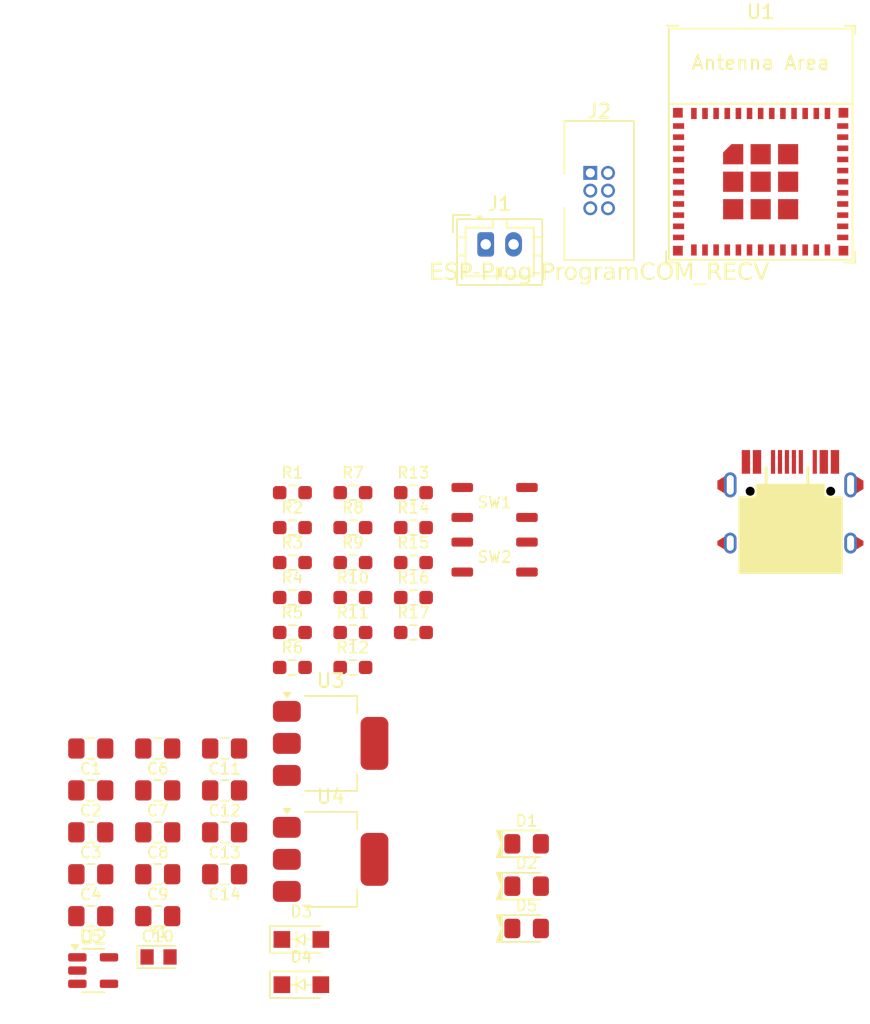
<source format=kicad_pcb>
(kicad_pcb (version 20240108) (generator "pcbnew") (generator_version "8.0")
  (layers (0 "F.Cu" signal) (31 "B.Cu" signal) (34 "B.Paste" user) (35 "F.Paste" user) (36 "B.SilkS" user "B.Silkscreen") (37 "F.SilkS" user "F.Silkscreen") (38 "B.Mask" user) (39 "F.Mask" user) (44 "Edge.Cuts" user))
  (net 0 "")
  (net 1 "+3V3")
  (net 2 "GND")
  (net 3 "VUSB")
  (net 4 "/GPIO2")
  (net 5 "Net-(D3-K)")
  (net 6 "+BATT")
  (net 8 "/GPIO13-XTAL")
  (net 9 "/GPIO14-XTAL")
  (net 10 "/EN")
  (net 11 "Net-(D4-K)")
  (net 12 "VBAT")
  (net 13 "Net-(D1-A)")
  (net 14 "Net-(D1-K)")
  (net 15 "Net-(D2-A)")
  (net 16 "VCC")
  (net 17 "Net-(D5-A)")
  (net 18 "/GPIO24")
  (net 19 "+5V")
  (net 20 "/GPIO9")
  (net 21 "/GPIO23")
  (net 22 "/USB_DP")
  (net 23 "/USB_DM")
  (net 24 "Net-(J3-CC1)")
  (net 25 "Net-(J3-CC2)")
  (net 26 "Net-(U2-PROG)")
  (net 27 "/GPIO25")
  (net 28 "/GPIO14")
  (net 29 "/GPIO13")
  (net 30 "Net-(U1-GPIO27{slash}FSPICS5{slash}USB_D+)")
  (net 31 "Net-(U1-GPIO26{slash}FSPICS4{slash}USB_D-)")
  (net 32 "/GPIO8")
  (net 34 "/GPIO1")
  (net 36 "/GPIO5")
  (net 37 "/GPIO4")
  (net 38 "/GPIO11")
  (net 39 "/GPIO12")
  (net 41 "/GPIO0")
  (net 46 "/GPIO22")
  (net 47 "/GPIO3")
  (net 50 "/GPIO10")
  (footprint "PCM_Espressif:ESP32-H2-MINI-1" (layer "F.Cu") (at 121.92 24.6536)
    (property "Reference" "U1" (at 0 -9.5 0) (layer "F.SilkS"))
    (property "Value" "ESP32-H2-MINI-1")
    (fp_line (start -6.8 7.7) (end -6.8 8.5) (stroke (width 0.12)) (layer "F.SilkS"))
    (fp_line (start -6.8 8.5) (end -6 8.5) (stroke (width 0.12)) (layer "F.SilkS"))
    (fp_line (start -6.6 -8.3) (end 6.6 -8.3) (stroke (width 0.12)) (layer "F.SilkS"))
    (fp_line (start -6.6 -2.9) (end 6.6 -2.9) (stroke (width 0.12)) (layer "F.SilkS"))
    (fp_line (start -6.6 8.3) (end -6.6 -8.3) (stroke (width 0.12)) (layer "F.SilkS"))
    (fp_line (start -5.925 -8.5) (end -6.775 -8.5) (stroke (width 0.12)) (layer "F.SilkS"))
    (fp_line (start 6.05 -8.5) (end 6.8 -8.5) (stroke (width 0.12)) (layer "F.SilkS"))
    (fp_line (start 6.6 -8.3) (end 6.6 8.3) (stroke (width 0.12)) (layer "F.SilkS"))
    (fp_line (start 6.6 8.3) (end -6.6 8.3) (stroke (width 0.12)) (layer "F.SilkS"))
    (fp_line (start 6.8 -8.5) (end 6.8 -7.9) (stroke (width 0.12)) (layer "F.SilkS"))
    (fp_line (start 6.8 7.7) (end 6.8 8.5) (stroke (width 0.12)) (layer "F.SilkS"))
    (fp_line (start 6.8 8.5) (end 6 8.5) (stroke (width 0.12)) (layer "F.SilkS"))
    (fp_text user "Antenna Area" (at 0 -5.85 0) (layer "F.SilkS"))
    (pad "1" smd rect (at -5.9 -1.3 90) (size 0.4 0.8) (layers "F.Cu" "F.Paste" "F.Mask") (net 2 "GND"))
    (pad "2" smd rect (at -5.9 -0.5 90) (size 0.4 0.8) (layers "F.Cu" "F.Paste" "F.Mask") (net 2 "GND"))
    (pad "3" smd rect (at -5.9 0.3 90) (size 0.4 0.8) (layers "F.Cu" "F.Paste" "F.Mask") (net 1 "+3V3"))
    (pad "4" smd rect (at -5.9 1.1 90) (size 0.4 0.8) (layers "F.Cu" "F.Paste" "F.Mask"))
    (pad "5" smd rect (at -5.9 1.9 90) (size 0.4 0.8) (layers "F.Cu" "F.Paste" "F.Mask") (net 4 "/GPIO2"))
    (pad "6" smd rect (at -5.9 2.7 90) (size 0.4 0.8) (layers "F.Cu" "F.Paste" "F.Mask") (net 47 "/GPIO3"))
    (pad "7" smd rect (at -5.9 3.5 90) (size 0.4 0.8) (layers "F.Cu" "F.Paste" "F.Mask"))
    (pad "8" smd rect (at -5.9 4.3 90) (size 0.4 0.8) (layers "F.Cu" "F.Paste" "F.Mask") (net 10 "/EN"))
    (pad "9" smd rect (at -5.9 5.1 90) (size 0.4 0.8) (layers "F.Cu" "F.Paste" "F.Mask") (net 41 "/GPIO0"))
    (pad "10" smd rect (at -5.9 5.9 90) (size 0.4 0.8) (layers "F.Cu" "F.Paste" "F.Mask") (net 34 "/GPIO1"))
    (pad "11" smd rect (at -5.9 6.7 90) (size 0.4 0.8) (layers "F.Cu" "F.Paste" "F.Mask") (net 2 "GND"))
    (pad "12" smd rect (at -4.8 7.6) (size 0.4 0.8) (layers "F.Cu" "F.Paste" "F.Mask") (net 8 "/GPIO13-XTAL"))
    (pad "13" smd rect (at -4 7.6) (size 0.4 0.8) (layers "F.Cu" "F.Paste" "F.Mask") (net 9 "/GPIO14-XTAL"))
    (pad "14" smd rect (at -3.2 7.6) (size 0.4 0.8) (layers "F.Cu" "F.Paste" "F.Mask") (net 2 "GND"))
    (pad "15" smd rect (at -2.4 7.6) (size 0.4 0.8) (layers "F.Cu" "F.Paste" "F.Mask") (net 12 "VBAT"))
    (pad "16" smd rect (at -1.6 7.6) (size 0.4 0.8) (layers "F.Cu" "F.Paste" "F.Mask") (net 39 "/GPIO12"))
    (pad "17" smd rect (at -0.8 7.6) (size 0.4 0.8) (layers "F.Cu" "F.Paste" "F.Mask"))
    (pad "18" smd rect (at 0 7.6) (size 0.4 0.8) (layers "F.Cu" "F.Paste" "F.Mask") (net 37 "/GPIO4"))
    (pad "19" smd rect (at 0.8 7.6) (size 0.4 0.8) (layers "F.Cu" "F.Paste" "F.Mask") (net 36 "/GPIO5"))
    (pad "20" smd rect (at 1.6 7.6) (size 0.4 0.8) (layers "F.Cu" "F.Paste" "F.Mask") (net 50 "/GPIO10"))
    (pad "21" smd rect (at 2.4 7.6) (size 0.4 0.8) (layers "F.Cu" "F.Paste" "F.Mask") (net 38 "/GPIO11"))
    (pad "22" smd rect (at 3.2 7.6) (size 0.4 0.8) (layers "F.Cu" "F.Paste" "F.Mask") (net 32 "/GPIO8"))
    (pad "23" smd rect (at 4 7.6) (size 0.4 0.8) (layers "F.Cu" "F.Paste" "F.Mask") (net 20 "/GPIO9"))
    (pad "24" smd rect (at 4.8 7.6) (size 0.4 0.8) (layers "F.Cu" "F.Paste" "F.Mask") (net 46 "/GPIO22"))
    (pad "25" smd rect (at 5.9 6.7 90) (size 0.4 0.8) (layers "F.Cu" "F.Paste" "F.Mask") (net 27 "/GPIO25"))
    (pad "26" smd rect (at 5.9 5.9 90) (size 0.4 0.8) (layers "F.Cu" "F.Paste" "F.Mask") (net 31 "Net-(U1-GPIO26{slash}FSPICS4{slash}USB_D-)"))
    (pad "27" smd rect (at 5.9 5.1 90) (size 0.4 0.8) (layers "F.Cu" "F.Paste" "F.Mask") (net 30 "Net-(U1-GPIO27{slash}FSPICS5{slash}USB_D+)"))
    (pad "28" smd rect (at 5.9 4.3 90) (size 0.4 0.8) (layers "F.Cu" "F.Paste" "F.Mask"))
    (pad "29" smd rect (at 5.9 3.5 90) (size 0.4 0.8) (layers "F.Cu" "F.Paste" "F.Mask"))
    (pad "30" smd rect (at 5.9 2.7 90) (size 0.4 0.8) (layers "F.Cu" "F.Paste" "F.Mask") (net 21 "/GPIO23"))
    (pad "31" smd rect (at 5.9 1.9 90) (size 0.4 0.8) (layers "F.Cu" "F.Paste" "F.Mask") (net 18 "/GPIO24"))
    (pad "32" smd rect (at 5.9 1.1 90) (size 0.4 0.8) (layers "F.Cu" "F.Paste" "F.Mask"))
    (pad "33" smd rect (at 5.9 0.3 90) (size 0.4 0.8) (layers "F.Cu" "F.Paste" "F.Mask"))
    (pad "34" smd rect (at 5.9 -0.5 90) (size 0.4 0.8) (layers "F.Cu" "F.Paste" "F.Mask"))
    (pad "35" smd rect (at 5.9 -1.3 90) (size 0.4 0.8) (layers "F.Cu" "F.Paste" "F.Mask"))
    (pad "36" smd rect (at 4.8 -2.2) (size 0.4 0.8) (layers "F.Cu" "F.Paste" "F.Mask") (net 2 "GND"))
    (pad "37" smd rect (at 4 -2.2) (size 0.4 0.8) (layers "F.Cu" "F.Paste" "F.Mask") (net 2 "GND"))
    (pad "38" smd rect (at 3.2 -2.2) (size 0.4 0.8) (layers "F.Cu" "F.Paste" "F.Mask") (net 2 "GND"))
    (pad "39" smd rect (at 2.4 -2.2) (size 0.4 0.8) (layers "F.Cu" "F.Paste" "F.Mask") (net 2 "GND"))
    (pad "40" smd rect (at 1.6 -2.2) (size 0.4 0.8) (layers "F.Cu" "F.Paste" "F.Mask") (net 2 "GND"))
    (pad "41" smd rect (at 0.8 -2.2) (size 0.4 0.8) (layers "F.Cu" "F.Paste" "F.Mask") (net 2 "GND"))
    (pad "42" smd rect (at 0 -2.2) (size 0.4 0.8) (layers "F.Cu" "F.Paste" "F.Mask") (net 2 "GND"))
    (pad "43" smd rect (at -0.8 -2.2) (size 0.4 0.8) (layers "F.Cu" "F.Paste" "F.Mask") (net 2 "GND"))
    (pad "44" smd rect (at -1.6 -2.2) (size 0.4 0.8) (layers "F.Cu" "F.Paste" "F.Mask") (net 2 "GND"))
    (pad "45" smd rect (at -2.4 -2.2) (size 0.4 0.8) (layers "F.Cu" "F.Paste" "F.Mask") (net 2 "GND"))
    (pad "46" smd rect (at -3.2 -2.2) (size 0.4 0.8) (layers "F.Cu" "F.Paste" "F.Mask") (net 2 "GND"))
    (pad "47" smd rect (at -4 -2.2) (size 0.4 0.8) (layers "F.Cu" "F.Paste" "F.Mask") (net 2 "GND"))
    (pad "48" smd rect (at -4.8 -2.2) (size 0.4 0.8) (layers "F.Cu" "F.Paste" "F.Mask") (net 2 "GND"))
    (pad "49" smd custom (at -1.975 0.725) (size 0.8 0.8) (layers "F.Cu" "F.Paste" "F.Mask") (net 2 "GND") (options (clearance outline) (anchor rect)) (primitives (gr_poly (pts (xy 0.725 0.725) (xy -0.725 0.725) (xy -0.725 -0.125) (xy -0.125 -0.725) (xy 0.725 -0.725)) (width 0) (fill yes))))
    (pad "49" smd rect (at -1.975 2.7 90) (size 1.45 1.45) (layers "F.Cu" "F.Paste" "F.Mask") (net 2 "GND"))
    (pad "49" smd rect (at -1.975 4.675 90) (size 1.45 1.45) (layers "F.Cu" "F.Paste" "F.Mask") (net 2 "GND"))
    (pad "49" smd rect (at 0 0.725 90) (size 1.45 1.45) (layers "F.Cu" "F.Paste" "F.Mask") (net 2 "GND"))
    (pad "49" smd rect (at 0 2.7 90) (size 1.45 1.45) (layers "F.Cu" "F.Paste" "F.Mask") (net 2 "GND"))
    (pad "49" smd rect (at 0 4.675 90) (size 1.45 1.45) (layers "F.Cu" "F.Paste" "F.Mask") (net 2 "GND"))
    (pad "49" smd rect (at 1.975 0.725 90) (size 1.45 1.45) (layers "F.Cu" "F.Paste" "F.Mask") (net 2 "GND"))
    (pad "49" smd rect (at 1.975 2.7 90) (size 1.45 1.45) (layers "F.Cu" "F.Paste" "F.Mask") (net 2 "GND"))
    (pad "49" smd rect (at 1.975 4.675 90) (size 1.45 1.45) (layers "F.Cu" "F.Paste" "F.Mask") (net 2 "GND"))
    (pad "50" smd rect (at 5.95 -2.25 90) (size 0.7 0.7) (layers "F.Cu" "F.Paste" "F.Mask") (net 2 "GND"))
    (pad "51" smd rect (at 5.95 7.65 90) (size 0.7 0.7) (layers "F.Cu" "F.Paste" "F.Mask") (net 2 "GND"))
    (pad "52" smd rect (at -5.95 7.65 90) (size 0.7 0.7) (layers "F.Cu" "F.Paste" "F.Mask") (net 2 "GND"))
    (pad "53" smd rect (at -5.95 -2.25 90) (size 0.7 0.7) (layers "F.Cu" "F.Paste" "F.Mask") (net 2 "GND"))
  )
  (footprint "74th:Switch_SKRPABE010" (layer "F.Cu") (at 102.7962 50.3852)
    (property "Reference" "SW1" (at 0 0 0) (layer "F.SilkS") (effects (font (size 0.8 0.8) (thickness 0.12))))
    (property "Value" "SW_Push" (hide yes))
    (pad "1" smd roundrect (at -2.325 -1.075) (size 1.55 0.65) (layers "F.Cu" "F.Paste" "F.Mask") (net 20 "/GPIO9"))
    (pad "1" smd roundrect (at 2.325 -1.075) (size 1.55 0.65) (layers "F.Cu" "F.Paste" "F.Mask") (net 20 "/GPIO9"))
    (pad "2" smd roundrect (at -2.325 1.075) (size 1.55 0.65) (layers "F.Cu" "F.Paste" "F.Mask") (net 2 "GND"))
    (pad "2" smd roundrect (at 2.325 1.075) (size 1.55 0.65) (layers "F.Cu" "F.Paste" "F.Mask") (net 2 "GND"))
  )
  (footprint "74th:LED_0805_2012" (layer "F.Cu") (at 105.0962 77.9352)
    (property "Reference" "D2" (at 0 -1.65 0) (layer "F.SilkS") (effects (font (size 0.8 0.8) (thickness 0.12))))
    (property "Value" "Blue" (hide yes))
    (fp_line (start -1.78 -0.96) (end -1.78 0.96) (stroke (width 0.12)) (layer "F.SilkS"))
    (fp_line (start -1.78 0.96) (end 1 0.96) (stroke (width 0.12)) (layer "F.SilkS"))
    (fp_line (start 1 -0.96) (end -1.78 -0.96) (stroke (width 0.12)) (layer "F.SilkS"))
    (fp_poly (pts (xy -1.78 -0.96) (xy -2.15 -0.96) (xy -1.78 0)) (stroke (width 0.12)) (fill solid) (layer "F.SilkS"))
    (fp_poly (pts (xy -1.78 0.96) (xy -2.15 0.96) (xy -1.78 0)) (stroke (width 0.12)) (fill solid) (layer "F.SilkS"))
    (pad "1" smd roundrect (at -1.025 0) (size 1.15 1.4) (layers "F.Cu" "F.Paste" "F.Mask") (roundrect_rratio 0.217391) (net 2 "GND"))
    (pad "2" smd roundrect (at 1.025 0) (size 1.15 1.4) (layers "F.Cu" "F.Paste" "F.Mask") (roundrect_rratio 0.217391) (net 15 "Net-(D2-A)"))
  )
  (footprint "74th:Register_0603_1608" (layer "F.Cu") (at 92.6112 52.1902)
    (property "Reference" "R8" (at 0 -1.43 0) (layer "F.SilkS") (effects (font (size 0.8 0.8) (thickness 0.12))))
    (property "Value" "0(NC)" (hide yes))
    (fp_line (start -0.254724 -0.5225) (end 0.254724 -0.5225) (stroke (width 0.12)) (layer "F.SilkS"))
    (fp_line (start -0.254724 0.5225) (end 0.254724 0.5225) (stroke (width 0.12)) (layer "F.SilkS"))
    (pad "1" smd roundrect (at -0.9125 0) (size 0.975 0.95) (layers "F.Cu" "F.Paste" "F.Mask") (net 28 "/GPIO14"))
    (pad "2" smd roundrect (at 0.9125 0) (size 0.975 0.95) (layers "F.Cu" "F.Paste" "F.Mask") (net 9 "/GPIO14-XTAL"))
  )
  (footprint "74th:Register_0603_1608" (layer "F.Cu") (at 88.2612 54.7002)
    (property "Reference" "R3" (at 0 -1.43 0) (layer "F.SilkS") (effects (font (size 0.8 0.8) (thickness 0.12))))
    (property "Value" "1M" (hide yes))
    (fp_line (start -0.254724 -0.5225) (end 0.254724 -0.5225) (stroke (width 0.12)) (layer "F.SilkS"))
    (fp_line (start -0.254724 0.5225) (end 0.254724 0.5225) (stroke (width 0.12)) (layer "F.SilkS"))
    (pad "1" smd roundrect (at -0.9125 0) (size 0.975 0.95) (layers "F.Cu" "F.Paste" "F.Mask") (net 4 "/GPIO2"))
    (pad "2" smd roundrect (at 0.9125 0) (size 0.975 0.95) (layers "F.Cu" "F.Paste" "F.Mask") (net 2 "GND"))
  )
  (footprint "74th:Capacitor_0805_2012" (layer "F.Cu") (at 73.7712 71.0602)
    (property "Reference" "C2" (at 0 1.45 180) (layer "F.SilkS") (effects (font (size 0.8 0.8) (thickness 0.12))))
    (property "Value" "10u" (hide yes))
    (fp_line (start -0.261252 -0.735) (end 0.261252 -0.735) (stroke (width 0.12)) (layer "F.SilkS"))
    (fp_line (start -0.261252 0.735) (end 0.261252 0.735) (stroke (width 0.12)) (layer "F.SilkS"))
    (pad "1" smd roundrect (at -1.0375 0) (size 1.175 1.45) (layers "F.Cu" "F.Paste" "F.Mask") (roundrect_rratio 0.212766) (net 3 "VUSB"))
    (pad "2" smd roundrect (at 1.0375 0) (size 1.175 1.45) (layers "F.Cu" "F.Paste" "F.Mask") (roundrect_rratio 0.212766) (net 2 "GND"))
  )
  (footprint "74th:Register_0603_1608" (layer "F.Cu") (at 92.6112 57.2102)
    (property "Reference" "R10" (at 0 -1.43 0) (layer "F.SilkS") (effects (font (size 0.8 0.8) (thickness 0.12))))
    (property "Value" "27" (hide yes))
    (fp_line (start -0.254724 -0.5225) (end 0.254724 -0.5225) (stroke (width 0.12)) (layer "F.SilkS"))
    (fp_line (start -0.254724 0.5225) (end 0.254724 0.5225) (stroke (width 0.12)) (layer "F.SilkS"))
    (pad "1" smd roundrect (at -0.9125 0) (size 0.975 0.95) (layers "F.Cu" "F.Paste" "F.Mask") (net 30 "Net-(U1-GPIO27{slash}FSPICS5{slash}USB_D+)"))
    (pad "2" smd roundrect (at 0.9125 0) (size 0.975 0.95) (layers "F.Cu" "F.Paste" "F.Mask") (net 22 "/USB_DP"))
  )
  (footprint "74th:Connector_USB-C-Receptacle_SMT_12-Pin_Simple" (layer "F.Cu") (at 124.0592 53.2008)
    (property "Reference" "J3" (hide yes))
    (property "Value" "USB2.0-C_SMT")
    (fp_line (start -1.75 -4.23) (end -1.75 -5.33) (stroke (width 0.2)) (layer "F.SilkS"))
    (fp_line (start 1.25 -4.23) (end 1.25 -5.33) (stroke (width 0.2)) (layer "F.SilkS"))
    (fp_rect (start -3.67 -3.2) (end 3.7 2.25) (stroke (width 0.12)) (fill solid) (layer "F.SilkS"))
    (fp_rect (start -2.45 -4.1) (end 2.45 -2.85) (stroke (width 0.12)) (fill solid) (layer "F.SilkS"))
    (pad "" np_thru_hole circle (at -2.89 -3.62 180) (size 0.65 0.65) (drill 0.65) (layers "*.Mask"))
    (pad "" np_thru_hole circle (at 2.89 -3.62 180) (size 0.65 0.65) (drill 0.65) (layers "*.Mask"))
    (pad "1" smd rect (at -2.4 -5.73 180) (size 0.6 1.7) (layers "F.Cu" "F.Paste" "F.Mask") (net 3 "VUSB"))
    (pad "1" smd rect (at 2.4 -5.73 180) (size 0.6 1.7) (layers "F.Cu" "F.Paste" "F.Mask") (net 3 "VUSB"))
    (pad "2" smd rect (at -0.75 -5.73 180) (size 0.3 1.7) (layers "F.Cu" "F.Paste" "F.Mask") (net 23 "/USB_DM"))
    (pad "2" smd rect (at 0.25 -5.73 180) (size 0.3 1.7) (layers "F.Cu" "F.Paste" "F.Mask") (net 23 "/USB_DM"))
    (pad "3" smd rect (at -0.25 -5.73 180) (size 0.3 1.7) (layers "F.Cu" "F.Paste" "F.Mask") (net 22 "/USB_DP"))
    (pad "3" smd rect (at 0.75 -5.73 180) (size 0.3 1.7) (layers "F.Cu" "F.Paste" "F.Mask") (net 22 "/USB_DP"))
    (pad "4" smd rect (at -3.2 -5.73 180) (size 0.6 1.7) (layers "F.Cu" "F.Paste" "F.Mask") (net 2 "GND"))
    (pad "4" smd rect (at 3.2 -5.73 180) (size 0.6 1.7) (layers "F.Cu" "F.Paste" "F.Mask") (net 2 "GND"))
    (pad "5" smd rect (at -1.25 -5.73 180) (size 0.3 1.7) (layers "F.Cu" "F.Paste" "F.Mask") (net 24 "Net-(J3-CC1)"))
    (pad "6" smd rect (at 1.75 -5.73 180) (size 0.3 1.7) (layers "F.Cu" "F.Paste" "F.Mask") (net 25 "Net-(J3-CC2)"))
    (pad "7" smd trapezoid (at -5 -4.08 90) (size 0.9 0.5) (rect_delta 0 0.3) (layers "F.Cu" "F.Paste" "F.Mask"))
    (pad "7" smd trapezoid (at -5 0.1 90) (size 0.6 0.5) (rect_delta 0 0.3) (layers "F.Cu" "F.Paste" "F.Mask"))
    (pad "7" thru_hole oval (at -4.325 -4.08 180) (size 0.9 1.8) (drill oval 0.5 1.4) (layers "*.Cu" "*.Mask"))
    (pad "7" thru_hole oval (at -4.325 0.1 180) (size 0.9 1.5) (drill oval 0.5 1.1) (layers "*.Cu" "*.Mask"))
    (pad "7" thru_hole oval (at 4.325 -4.08 180) (size 0.9 1.8) (drill oval 0.5 1.4) (layers "*.Cu" "*.Mask"))
    (pad "7" thru_hole oval (at 4.325 0.1 180) (size 0.9 1.5) (drill oval 0.5 1.1) (layers "*.Cu" "*.Mask"))
    (pad "7" smd trapezoid (at 5 -4.08 270) (size 0.9 0.5) (rect_delta 0 0.3) (layers "F.Cu" "F.Paste" "F.Mask"))
    (pad "7" smd trapezoid (at 5 0.1 270) (size 0.6 0.5) (rect_delta 0 0.3) (layers "F.Cu" "F.Paste" "F.Mask"))
  )
  (footprint "Package_TO_SOT_SMD:SOT-223-3_TabPin2" (layer "F.Cu") (at 91.0112 67.6852)
    (property "Reference" "U3" (at 0 -4.5 0) (layer "F.SilkS"))
    (property "Value" "AMS1117")
    (fp_line (start -1.85 -3.41) (end 1.91 -3.41) (stroke (width 0.12)) (layer "F.SilkS"))
    (fp_line (start -1.85 3.41) (end 1.91 3.41) (stroke (width 0.12)) (layer "F.SilkS"))
    (fp_line (start 1.91 -3.41) (end 1.91 -2.15) (stroke (width 0.12)) (layer "F.SilkS"))
    (fp_line (start 1.91 3.41) (end 1.91 2.15) (stroke (width 0.12)) (layer "F.SilkS"))
    (fp_poly (pts (xy -3.13 -3.31) (xy -3.37 -3.64) (xy -2.89 -3.64) (xy -3.13 -3.31)) (stroke (width 0.12)) (fill solid) (layer "F.SilkS"))
    (pad "1" smd roundrect (at -3.15 -2.3) (size 2 1.5) (layers "F.Cu" "F.Paste" "F.Mask") (net 2 "GND"))
    (pad "2" smd roundrect (at -3.15 0) (size 2 1.5) (layers "F.Cu" "F.Paste" "F.Mask") (net 1 "+3V3"))
    (pad "2" smd roundrect (at 3.15 0) (size 2 3.8) (layers "F.Cu" "F.Paste" "F.Mask") (net 1 "+3V3"))
    (pad "3" smd roundrect (at -3.15 2.3) (size 2 1.5) (layers "F.Cu" "F.Paste" "F.Mask") (net 5 "Net-(D3-K)"))
  )
  (footprint "74th:Register_0603_1608" (layer "F.Cu") (at 96.9612 49.6802)
    (property "Reference" "R13" (at 0 -1.43 0) (layer "F.SilkS") (effects (font (size 0.8 0.8) (thickness 0.12))))
    (property "Value" "10k" (hide yes))
    (fp_line (start -0.254724 -0.5225) (end 0.254724 -0.5225) (stroke (width 0.12)) (layer "F.SilkS"))
    (fp_line (start -0.254724 0.5225) (end 0.254724 0.5225) (stroke (width 0.12)) (layer "F.SilkS"))
    (pad "1" smd roundrect (at -0.9125 0) (size 0.975 0.95) (layers "F.Cu" "F.Paste" "F.Mask") (net 6 "+BATT"))
    (pad "2" smd roundrect (at 0.9125 0) (size 0.975 0.95) (layers "F.Cu" "F.Paste" "F.Mask") (net 10 "/EN"))
  )
  (footprint "74th:Capacitor_0805_2012" (layer "F.Cu") (at 78.5812 68.0502)
    (property "Reference" "C6" (at 0 1.45 180) (layer "F.SilkS") (effects (font (size 0.8 0.8) (thickness 0.12))))
    (property "Value" "10u" (hide yes))
    (fp_line (start -0.261252 -0.735) (end 0.261252 -0.735) (stroke (width 0.12)) (layer "F.SilkS"))
    (fp_line (start -0.261252 0.735) (end 0.261252 0.735) (stroke (width 0.12)) (layer "F.SilkS"))
    (pad "1" smd roundrect (at -1.0375 0) (size 1.175 1.45) (layers "F.Cu" "F.Paste" "F.Mask") (roundrect_rratio 0.212766) (net 6 "+BATT"))
    (pad "2" smd roundrect (at 1.0375 0) (size 1.175 1.45) (layers "F.Cu" "F.Paste" "F.Mask") (roundrect_rratio 0.212766))
  )
  (footprint "74th:Capacitor_0805_2012" (layer "F.Cu") (at 83.3912 74.0702)
    (property "Reference" "C13" (at 0 1.45 180) (layer "F.SilkS") (effects (font (size 0.8 0.8) (thickness 0.12))))
    (property "Value" "10u" (hide yes))
    (fp_line (start -0.261252 -0.735) (end 0.261252 -0.735) (stroke (width 0.12)) (layer "F.SilkS"))
    (fp_line (start -0.261252 0.735) (end 0.261252 0.735) (stroke (width 0.12)) (layer "F.SilkS"))
    (pad "1" smd roundrect (at -1.0375 0) (size 1.175 1.45) (layers "F.Cu" "F.Paste" "F.Mask") (roundrect_rratio 0.212766) (net 12 "VBAT"))
    (pad "2" smd roundrect (at 1.0375 0) (size 1.175 1.45) (layers "F.Cu" "F.Paste" "F.Mask") (roundrect_rratio 0.212766) (net 2 "GND"))
  )
  (footprint "74th:Capacitor_0805_2012" (layer "F.Cu") (at 73.7712 77.0802)
    (property "Reference" "C4" (at 0 1.45 180) (layer "F.SilkS") (effects (font (size 0.8 0.8) (thickness 0.12))))
    (property "Value" "10u" (hide yes))
    (fp_line (start -0.261252 -0.735) (end 0.261252 -0.735) (stroke (width 0.12)) (layer "F.SilkS"))
    (fp_line (start -0.261252 0.735) (end 0.261252 0.735) (stroke (width 0.12)) (layer "F.SilkS"))
    (pad "1" smd roundrect (at -1.0375 0) (size 1.175 1.45) (layers "F.Cu" "F.Paste" "F.Mask") (roundrect_rratio 0.212766) (net 5 "Net-(D3-K)"))
    (pad "2" smd roundrect (at 1.0375 0) (size 1.175 1.45) (layers "F.Cu" "F.Paste" "F.Mask") (roundrect_rratio 0.212766) (net 2 "GND"))
  )
  (footprint "74th:Register_0603_1608" (layer "F.Cu") (at 88.2612 52.1902)
    (property "Reference" "R2" (at 0 -1.43 0) (layer "F.SilkS") (effects (font (size 0.8 0.8) (thickness 0.12))))
    (property "Value" "2k" (hide yes))
    (fp_line (start -0.254724 -0.5225) (end 0.254724 -0.5225) (stroke (width 0.12)) (layer "F.SilkS"))
    (fp_line (start -0.254724 0.5225) (end 0.254724 0.5225) (stroke (width 0.12)) (layer "F.SilkS"))
    (pad "1" smd roundrect (at -0.9125 0) (size 0.975 0.95) (layers "F.Cu" "F.Paste" "F.Mask") (net 26 "Net-(U2-PROG)"))
    (pad "2" smd roundrect (at 0.9125 0) (size 0.975 0.95) (layers "F.Cu" "F.Paste" "F.Mask") (net 2 "GND"))
  )
  (footprint "Package_TO_SOT_SMD:SOT-23-5" (layer "F.Cu") (at 73.9412 83.9952)
    (property "Reference" "U2" (at 0 -2.4 0) (layer "F.SilkS"))
    (property "Value" "MCP73831-2-OT")
    (fp_line (start 0 -1.56) (end -0.8 -1.56) (stroke (width 0.12)) (layer "F.SilkS"))
    (fp_line (start 0 -1.56) (end 0.8 -1.56) (stroke (width 0.12)) (layer "F.SilkS"))
    (fp_line (start 0 1.56) (end -0.8 1.56) (stroke (width 0.12)) (layer "F.SilkS"))
    (fp_line (start 0 1.56) (end 0.8 1.56) (stroke (width 0.12)) (layer "F.SilkS"))
    (fp_poly (pts (xy -1.3 -1.51) (xy -1.54 -1.84) (xy -1.06 -1.84) (xy -1.3 -1.51)) (stroke (width 0.12)) (fill solid) (layer "F.SilkS"))
    (pad "1" smd roundrect (at -1.1375 -0.95) (size 1.325 0.6) (layers "F.Cu" "F.Paste" "F.Mask") (net 14 "Net-(D1-K)"))
    (pad "2" smd roundrect (at -1.1375 0) (size 1.325 0.6) (layers "F.Cu" "F.Paste" "F.Mask") (net 2 "GND"))
    (pad "3" smd roundrect (at -1.1375 0.95) (size 1.325 0.6) (layers "F.Cu" "F.Paste" "F.Mask") (net 6 "+BATT"))
    (pad "4" smd roundrect (at 1.1375 0.95) (size 1.325 0.6) (layers "F.Cu" "F.Paste" "F.Mask") (net 3 "VUSB"))
    (pad "5" smd roundrect (at 1.1375 -0.95) (size 1.325 0.6) (layers "F.Cu" "F.Paste" "F.Mask") (net 26 "Net-(U2-PROG)"))
  )
  (footprint "74th:Capacitor_0805_2012" (layer "F.Cu") (at 73.7712 74.0702)
    (property "Reference" "C3" (at 0 1.45 180) (layer "F.SilkS") (effects (font (size 0.8 0.8) (thickness 0.12))))
    (property "Value" "100n" (hide yes))
    (fp_line (start -0.261252 -0.735) (end 0.261252 -0.735) (stroke (width 0.12)) (layer "F.SilkS"))
    (fp_line (start -0.261252 0.735) (end 0.261252 0.735) (stroke (width 0.12)) (layer "F.SilkS"))
    (pad "1" smd roundrect (at -1.0375 0) (size 1.175 1.45) (layers "F.Cu" "F.Paste" "F.Mask") (roundrect_rratio 0.212766) (net 4 "/GPIO2"))
    (pad "2" smd roundrect (at 1.0375 0) (size 1.175 1.45) (layers "F.Cu" "F.Paste" "F.Mask") (roundrect_rratio 0.212766) (net 2 "GND"))
  )
  (footprint "74th:Register_0603_1608" (layer "F.Cu") (at 92.6112 49.6802)
    (property "Reference" "R7" (at 0 -1.43 0) (layer "F.SilkS") (effects (font (size 0.8 0.8) (thickness 0.12))))
    (property "Value" "10k" (hide yes))
    (fp_line (start -0.254724 -0.5225) (end 0.254724 -0.5225) (stroke (width 0.12)) (layer "F.SilkS"))
    (fp_line (start -0.254724 0.5225) (end 0.254724 0.5225) (stroke (width 0.12)) (layer "F.SilkS"))
    (pad "1" smd roundrect (at -0.9125 0) (size 0.975 0.95) (layers "F.Cu" "F.Paste" "F.Mask") (net 1 "+3V3"))
    (pad "2" smd roundrect (at 0.9125 0) (size 0.975 0.95) (layers "F.Cu" "F.Paste" "F.Mask") (net 15 "Net-(D2-A)"))
  )
  (footprint "74th:Crystal_SMD_2012-2Pin_2.0x1.2mm_HandSoldering" (layer "F.Cu") (at 78.6412 83.0202)
    (property "Reference" "Y1" (at 0 -1.8 0) (layer "F.SilkS") (effects (font (size 0.8 0.8) (thickness 0.12))))
    (property "Value" "32k")
    (fp_line (start -1.524 -0.8) (end -1.524 0.8) (stroke (width 0.12)) (layer "F.SilkS"))
    (fp_line (start -1.524 0.8) (end 1.2 0.8) (stroke (width 0.12)) (layer "F.SilkS"))
    (fp_line (start 1.2 -0.8) (end -1.524 -0.8) (stroke (width 0.12)) (layer "F.SilkS"))
    (pad "1" smd rect (at -0.825 0) (size 0.95 1.1) (layers "F.Cu" "F.Paste" "F.Mask") (net 9 "/GPIO14-XTAL"))
    (pad "2" smd rect (at 0.825 0) (size 0.95 1.1) (layers "F.Cu" "F.Paste" "F.Mask") (net 8 "/GPIO13-XTAL"))
  )
  (footprint "74th:Register_0603_1608" (layer "F.Cu") (at 88.2612 49.6802)
    (property "Reference" "R1" (at 0 -1.43 0) (layer "F.SilkS") (effects (font (size 0.8 0.8) (thickness 0.12))))
    (property "Value" "5.1k" (hide yes))
    (fp_line (start -0.254724 -0.5225) (end 0.254724 -0.5225) (stroke (width 0.12)) (layer "F.SilkS"))
    (fp_line (start -0.254724 0.5225) (end 0.254724 0.5225) (stroke (width 0.12)) (layer "F.SilkS"))
    (pad "1" smd roundrect (at -0.9125 0) (size 0.975 0.95) (layers "F.Cu" "F.Paste" "F.Mask") (net 16 "VCC"))
    (pad "2" smd roundrect (at 0.9125 0) (size 0.975 0.95) (layers "F.Cu" "F.Paste" "F.Mask") (net 13 "Net-(D1-A)"))
  )
  (footprint "74th:Register_0603_1608" (layer "F.Cu") (at 92.6112 54.7002)
    (property "Reference" "R9" (at 0 -1.43 0) (layer "F.SilkS") (effects (font (size 0.8 0.8) (thickness 0.12))))
    (property "Value" "0(NC)" (hide yes))
    (fp_line (start -0.254724 -0.5225) (end 0.254724 -0.5225) (stroke (width 0.12)) (layer "F.SilkS"))
    (fp_line (start -0.254724 0.5225) (end 0.254724 0.5225) (stroke (width 0.12)) (layer "F.SilkS"))
    (pad "1" smd roundrect (at -0.9125 0) (size 0.975 0.95) (layers "F.Cu" "F.Paste" "F.Mask") (net 29 "/GPIO13"))
    (pad "2" smd roundrect (at 0.9125 0) (size 0.975 0.95) (layers "F.Cu" "F.Paste" "F.Mask") (net 8 "/GPIO13-XTAL"))
  )
  (footprint "74th:Register_0603_1608" (layer "F.Cu") (at 96.9612 57.2102)
    (property "Reference" "R16" (at 0 -1.43 0) (layer "F.SilkS") (effects (font (size 0.8 0.8) (thickness 0.12))))
    (property "Value" "5.1k" (hide yes))
    (fp_line (start -0.254724 -0.5225) (end 0.254724 -0.5225) (stroke (width 0.12)) (layer "F.SilkS"))
    (fp_line (start -0.254724 0.5225) (end 0.254724 0.5225) (stroke (width 0.12)) (layer "F.SilkS"))
    (pad "1" smd roundrect (at -0.9125 0) (size 0.975 0.95) (layers "F.Cu" "F.Paste" "F.Mask") (net 25 "Net-(J3-CC2)"))
    (pad "2" smd roundrect (at 0.9125 0) (size 0.975 0.95) (layers "F.Cu" "F.Paste" "F.Mask") (net 2 "GND"))
  )
  (footprint "74th:Register_0603_1608" (layer "F.Cu") (at 92.6112 59.7202)
    (property "Reference" "R11" (at 0 -1.43 0) (layer "F.SilkS") (effects (font (size 0.8 0.8) (thickness 0.12))))
    (property "Value" "27" (hide yes))
    (fp_line (start -0.254724 -0.5225) (end 0.254724 -0.5225) (stroke (width 0.12)) (layer "F.SilkS"))
    (fp_line (start -0.254724 0.5225) (end 0.254724 0.5225) (stroke (width 0.12)) (layer "F.SilkS"))
    (pad "1" smd roundrect (at -0.9125 0) (size 0.975 0.95) (layers "F.Cu" "F.Paste" "F.Mask") (net 31 "Net-(U1-GPIO26{slash}FSPICS4{slash}USB_D-)"))
    (pad "2" smd roundrect (at 0.9125 0) (size 0.975 0.95) (layers "F.Cu" "F.Paste" "F.Mask") (net 23 "/USB_DM"))
  )
  (footprint "74th:Capacitor_0805_2012" (layer "F.Cu") (at 83.3912 68.0502)
    (property "Reference" "C11" (at 0 1.45 180) (layer "F.SilkS") (effects (font (size 0.8 0.8) (thickness 0.12))))
    (property "Value" "10u" (hide yes))
    (fp_line (start -0.261252 -0.735) (end 0.261252 -0.735) (stroke (width 0.12)) (layer "F.SilkS"))
    (fp_line (start -0.261252 0.735) (end 0.261252 0.735) (stroke (width 0.12)) (layer "F.SilkS"))
    (pad "1" smd roundrect (at -1.0375 0) (size 1.175 1.45) (layers "F.Cu" "F.Paste" "F.Mask") (roundrect_rratio 0.212766) (net 12 "VBAT"))
    (pad "2" smd roundrect (at 1.0375 0) (size 1.175 1.45) (layers "F.Cu" "F.Paste" "F.Mask") (roundrect_rratio 0.212766) (net 2 "GND"))
  )
  (footprint "74th:Register_0603_1608" (layer "F.Cu") (at 88.2612 57.2102)
    (property "Reference" "R4" (at 0 -1.43 0) (layer "F.SilkS") (effects (font (size 0.8 0.8) (thickness 0.12))))
    (property "Value" "4.7M" (hide yes))
    (fp_line (start -0.254724 -0.5225) (end 0.254724 -0.5225) (stroke (width 0.12)) (layer "F.SilkS"))
    (fp_line (start -0.254724 0.5225) (end 0.254724 0.5225) (stroke (width 0.12)) (layer "F.SilkS"))
    (pad "1" smd roundrect (at -0.9125 0) (size 0.975 0.95) (layers "F.Cu" "F.Paste" "F.Mask") (net 6 "+BATT"))
    (pad "2" smd roundrect (at 0.9125 0) (size 0.975 0.95) (layers "F.Cu" "F.Paste" "F.Mask") (net 4 "/GPIO2"))
  )
  (footprint "74th:Capacitor_0805_2012" (layer "F.Cu") (at 83.3912 71.0602)
    (property "Reference" "C12" (at 0 1.45 180) (layer "F.SilkS") (effects (font (size 0.8 0.8) (thickness 0.12))))
    (property "Value" "1u" (hide yes))
    (fp_line (start -0.261252 -0.735) (end 0.261252 -0.735) (stroke (width 0.12)) (layer "F.SilkS"))
    (fp_line (start -0.261252 0.735) (end 0.261252 0.735) (stroke (width 0.12)) (layer "F.SilkS"))
    (pad "1" smd roundrect (at -1.0375 0) (size 1.175 1.45) (layers "F.Cu" "F.Paste" "F.Mask") (roundrect_rratio 0.212766) (net 1 "+3V3"))
    (pad "2" smd roundrect (at 1.0375 0) (size 1.175 1.45) (layers "F.Cu" "F.Paste" "F.Mask") (roundrect_rratio 0.212766) (net 2 "GND"))
  )
  (footprint "74th:Register_0603_1608" (layer "F.Cu") (at 96.9612 59.7202)
    (property "Reference" "R17" (at 0 -1.43 0) (layer "F.SilkS") (effects (font (size 0.8 0.8) (thickness 0.12))))
    (property "Value" "1k" (hide yes))
    (fp_line (start -0.254724 -0.5225) (end 0.254724 -0.5225) (stroke (width 0.12)) (layer "F.SilkS"))
    (fp_line (start -0.254724 0.5225) (end 0.254724 0.5225) (stroke (width 0.12)) (layer "F.SilkS"))
    (pad "1" smd roundrect (at -0.9125 0) (size 0.975 0.95) (layers "F.Cu" "F.Paste" "F.Mask") (net 12 "VBAT"))
    (pad "2" smd roundrect (at 0.9125 0) (size 0.975 0.95) (layers "F.Cu" "F.Paste" "F.Mask") (net 17 "Net-(D5-A)"))
  )
  (footprint "74th:Switch_SKRPABE010" (layer "F.Cu") (at 102.7962 54.3052)
    (property "Reference" "SW2" (at 0 0 0) (layer "F.SilkS") (effects (font (size 0.8 0.8) (thickness 0.12))))
    (property "Value" "SW_Push" (hide yes))
    (pad "1" smd roundrect (at -2.325 -1.075) (size 1.55 0.65) (layers "F.Cu" "F.Paste" "F.Mask") (net 10 "/EN"))
    (pad "1" smd roundrect (at 2.325 -1.075) (size 1.55 0.65) (layers "F.Cu" "F.Paste" "F.Mask") (net 10 "/EN"))
    (pad "2" smd roundrect (at -2.325 1.075) (size 1.55 0.65) (layers "F.Cu" "F.Paste" "F.Mask") (net 2 "GND"))
    (pad "2" smd roundrect (at 2.325 1.075) (size 1.55 0.65) (layers "F.Cu" "F.Paste" "F.Mask") (net 2 "GND"))
  )
  (footprint "Connector_JST:JST_PH_B2B-PH-K_1x02_P2.00mm_Vertical" (layer "F.Cu") (at 102.1588 31.8516)
    (property "Reference" "J1" (at 1 -2.9 0) (layer "F.SilkS"))
    (property "Value" "~")
    (fp_line (start -2.36 -2.11) (end -2.36 -0.86) (stroke (width 0.12)) (layer "F.SilkS"))
    (fp_line (start -2.06 -1.81) (end -2.06 2.91) (stroke (width 0.12)) (layer "F.SilkS"))
    (fp_line (start -2.06 -0.5) (end -1.45 -0.5) (stroke (width 0.12)) (layer "F.SilkS"))
    (fp_line (start -2.06 0.8) (end -1.45 0.8) (stroke (width 0.12)) (layer "F.SilkS"))
    (fp_line (start -2.06 2.91) (end 4.06 2.91) (stroke (width 0.12)) (layer "F.SilkS"))
    (fp_line (start -1.45 -1.2) (end -1.45 2.3) (stroke (width 0.12)) (layer "F.SilkS"))
    (fp_line (start -1.45 2.3) (end 3.45 2.3) (stroke (width 0.12)) (layer "F.SilkS"))
    (fp_line (start -1.11 -2.11) (end -2.36 -2.11) (stroke (width 0.12)) (layer "F.SilkS"))
    (fp_line (start -0.6 -2.01) (end -0.6 -1.81) (stroke (width 0.12)) (layer "F.SilkS"))
    (fp_line (start -0.3 -2.01) (end -0.6 -2.01) (stroke (width 0.12)) (layer "F.SilkS"))
    (fp_line (start -0.3 -1.91) (end -0.6 -1.91) (stroke (width 0.12)) (layer "F.SilkS"))
    (fp_line (start -0.3 -1.81) (end -0.3 -2.01) (stroke (width 0.12)) (layer "F.SilkS"))
    (fp_line (start 0.5 -1.81) (end 0.5 -1.2) (stroke (width 0.12)) (layer "F.SilkS"))
    (fp_line (start 0.5 -1.2) (end -1.45 -1.2) (stroke (width 0.12)) (layer "F.SilkS"))
    (fp_line (start 0.9 1.8) (end 1.1 1.8) (stroke (width 0.12)) (layer "F.SilkS"))
    (fp_line (start 0.9 2.3) (end 0.9 1.8) (stroke (width 0.12)) (layer "F.SilkS"))
    (fp_line (start 1 2.3) (end 1 1.8) (stroke (width 0.12)) (layer "F.SilkS"))
    (fp_line (start 1.1 1.8) (end 1.1 2.3) (stroke (width 0.12)) (layer "F.SilkS"))
    (fp_line (start 1.5 -1.2) (end 1.5 -1.81) (stroke (width 0.12)) (layer "F.SilkS"))
    (fp_line (start 3.45 -1.2) (end 1.5 -1.2) (stroke (width 0.12)) (layer "F.SilkS"))
    (fp_line (start 3.45 2.3) (end 3.45 -1.2) (stroke (width 0.12)) (layer "F.SilkS"))
    (fp_line (start 4.06 -1.81) (end -2.06 -1.81) (stroke (width 0.12)) (layer "F.SilkS"))
    (fp_line (start 4.06 -0.5) (end 3.45 -0.5) (stroke (width 0.12)) (layer "F.SilkS"))
    (fp_line (start 4.06 0.8) (end 3.45 0.8) (stroke (width 0.12)) (layer "F.SilkS"))
    (fp_line (start 4.06 2.91) (end 4.06 -1.81) (stroke (width 0.12)) (layer "F.SilkS"))
    (pad "1" thru_hole roundrect (at 0 0) (size 1.2 1.75) (drill 0.75) (layers "*.Cu" "*.Mask") (roundrect_rratio 0.208333) (net 6 "+BATT"))
    (pad "2" thru_hole oval (at 2 0) (size 1.2 1.75) (drill 0.75) (layers "*.Cu" "*.Mask") (net 2 "GND"))
  )
  (footprint "74th:Package_SOD123W" (layer "F.Cu") (at 88.9062 85.0102)
    (property "Reference" "D4" (at 0 -2 0) (layer "F.SilkS") (effects (font (size 0.8 0.8) (thickness 0.12))))
    (property "Value" "PMEG2010ER,115")
    (fp_line (start -2.26 -0.95) (end -2.26 0.95) (stroke (width 0.12)) (layer "F.SilkS"))
    (fp_line (start -2.26 -0.95) (end 1.4 -0.95) (stroke (width 0.12)) (layer "F.SilkS"))
    (fp_line (start -2.26 0.95) (end 1.4 0.95) (stroke (width 0.12)) (layer "F.SilkS"))
    (fp_line (start -0.75 0) (end -0.35 0) (stroke (width 0.12)) (layer "F.SilkS"))
    (fp_line (start -0.35 -0.55) (end -0.35 0.55) (stroke (width 0.12)) (layer "F.SilkS"))
    (fp_line (start -0.35 0) (end 0.25 -0.4) (stroke (width 0.12)) (layer "F.SilkS"))
    (fp_line (start -0.35 0) (end 0.25 0.4) (stroke (width 0.12)) (layer "F.SilkS"))
    (fp_line (start 0.25 -0.4) (end 0.25 0.4) (stroke (width 0.12)) (layer "F.SilkS"))
    (fp_line (start 0.75 0) (end 0.25 0) (stroke (width 0.12)) (layer "F.SilkS"))
    (pad "1" smd rect (at -1.4 0) (size 1.2 1.2) (layers "F.Cu" "F.Paste" "F.Mask") (net 11 "Net-(D4-K)"))
    (pad "2" smd rect (at 1.4 0) (size 1.2 1.2) (layers "F.Cu" "F.Paste" "F.Mask") (net 3 "VUSB"))
  )
  (footprint "74th:Register_0603_1608" (layer "F.Cu") (at 92.6112 62.2302)
    (property "Reference" "R12" (at 0 -1.43 0) (layer "F.SilkS") (effects (font (size 0.8 0.8) (thickness 0.12))))
    (property "Value" "10k" (hide yes))
    (fp_line (start -0.254724 -0.5225) (end 0.254724 -0.5225) (stroke (width 0.12)) (layer "F.SilkS"))
    (fp_line (start -0.254724 0.5225) (end 0.254724 0.5225) (stroke (width 0.12)) (layer "F.SilkS"))
    (pad "1" smd roundrect (at -0.9125 0) (size 0.975 0.95) (layers "F.Cu" "F.Paste" "F.Mask") (net 6 "+BATT"))
    (pad "2" smd roundrect (at 0.9125 0) (size 0.975 0.95) (layers "F.Cu" "F.Paste" "F.Mask") (net 20 "/GPIO9"))
  )
  (footprint "74th:Register_0603_1608" (layer "F.Cu") (at 88.2612 59.7202)
    (property "Reference" "R5" (at 0 -1.43 0) (layer "F.SilkS") (effects (font (size 0.8 0.8) (thickness 0.12))))
    (property "Value" "10k" (hide yes))
    (fp_line (start -0.254724 -0.5225) (end 0.254724 -0.5225) (stroke (width 0.12)) (layer "F.SilkS"))
    (fp_line (start -0.254724 0.5225) (end 0.254724 0.5225) (stroke (width 0.12)) (layer "F.SilkS"))
    (pad "1" smd roundrect (at -0.9125 0) (size 0.975 0.95) (layers "F.Cu" "F.Paste" "F.Mask") (net 27 "/GPIO25"))
    (pad "2" smd roundrect (at 0.9125 0) (size 0.975 0.95) (layers "F.Cu" "F.Paste" "F.Mask") (net 2 "GND"))
  )
  (footprint "74th:Register_0603_1608" (layer "F.Cu") (at 96.9612 54.7002)
    (property "Reference" "R15" (at 0 -1.43 0) (layer "F.SilkS") (effects (font (size 0.8 0.8) (thickness 0.12))))
    (property "Value" "5.1k" (hide yes))
    (fp_line (start -0.254724 -0.5225) (end 0.254724 -0.5225) (stroke (width 0.12)) (layer "F.SilkS"))
    (fp_line (start -0.254724 0.5225) (end 0.254724 0.5225) (stroke (width 0.12)) (layer "F.SilkS"))
    (pad "1" smd roundrect (at -0.9125 0) (size 0.975 0.95) (layers "F.Cu" "F.Paste" "F.Mask") (net 24 "Net-(J3-CC1)"))
    (pad "2" smd roundrect (at 0.9125 0) (size 0.975 0.95) (layers "F.Cu" "F.Paste" "F.Mask") (net 2 "GND"))
  )
  (footprint "74th:Capacitor_0805_2012" (layer "F.Cu") (at 78.5812 80.0902)
    (property "Reference" "C10" (at 0 1.45 180) (layer "F.SilkS") (effects (font (size 0.8 0.8) (thickness 0.12))))
    (property "Value" "10u" (hide yes))
    (fp_line (start -0.261252 -0.735) (end 0.261252 -0.735) (stroke (width 0.12)) (layer "F.SilkS"))
    (fp_line (start -0.261252 0.735) (end 0.261252 0.735) (stroke (width 0.12)) (layer "F.SilkS"))
    (pad "1" smd roundrect (at -1.0375 0) (size 1.175 1.45) (layers "F.Cu" "F.Paste" "F.Mask") (roundrect_rratio 0.212766) (net 11 "Net-(D4-K)"))
    (pad "2" smd roundrect (at 1.0375 0) (size 1.175 1.45) (layers "F.Cu" "F.Paste" "F.Mask") (roundrect_rratio 0.212766) (net 2 "GND"))
  )
  (footprint "74th:Register_0603_1608" (layer "F.Cu") (at 96.9612 52.1902)
    (property "Reference" "R14" (at 0 -1.43 0) (layer "F.SilkS") (effects (font (size 0.8 0.8) (thickness 0.12))))
    (property "Value" "10k" (hide yes))
    (fp_line (start -0.254724 -0.5225) (end 0.254724 -0.5225) (stroke (width 0.12)) (layer "F.SilkS"))
    (fp_line (start -0.254724 0.5225) (end 0.254724 0.5225) (stroke (width 0.12)) (layer "F.SilkS"))
    (pad "1" smd roundrect (at -0.9125 0) (size 0.975 0.95) (layers "F.Cu" "F.Paste" "F.Mask") (net 6 "+BATT"))
    (pad "2" smd roundrect (at 0.9125 0) (size 0.975 0.95) (layers "F.Cu" "F.Paste" "F.Mask") (net 32 "/GPIO8"))
  )
  (footprint "Package_TO_SOT_SMD:SOT-223-3_TabPin2" (layer "F.Cu") (at 91.0112 76.0102)
    (property "Reference" "U4" (at 0 -4.5 0) (layer "F.SilkS"))
    (property "Value" "AMS1117")
    (fp_line (start -1.85 -3.41) (end 1.91 -3.41) (stroke (width 0.12)) (layer "F.SilkS"))
    (fp_line (start -1.85 3.41) (end 1.91 3.41) (stroke (width 0.12)) (layer "F.SilkS"))
    (fp_line (start 1.91 -3.41) (end 1.91 -2.15) (stroke (width 0.12)) (layer "F.SilkS"))
    (fp_line (start 1.91 3.41) (end 1.91 2.15) (stroke (width 0.12)) (layer "F.SilkS"))
    (fp_poly (pts (xy -3.13 -3.31) (xy -3.37 -3.64) (xy -2.89 -3.64) (xy -3.13 -3.31)) (stroke (width 0.12)) (fill solid) (layer "F.SilkS"))
    (pad "1" smd roundrect (at -3.15 -2.3) (size 2 1.5) (layers "F.Cu" "F.Paste" "F.Mask") (net 2 "GND"))
    (pad "2" smd roundrect (at -3.15 0) (size 2 1.5) (layers "F.Cu" "F.Paste" "F.Mask") (net 12 "VBAT"))
    (pad "2" smd roundrect (at 3.15 0) (size 2 3.8) (layers "F.Cu" "F.Paste" "F.Mask") (net 12 "VBAT"))
    (pad "3" smd roundrect (at -3.15 2.3) (size 2 1.5) (layers "F.Cu" "F.Paste" "F.Mask") (net 11 "Net-(D4-K)"))
  )
  (footprint "$74th:BoxPinHeader_2x03_P1.27mm_Vertical" (layer "F.Cu") (at 110.3122 27.9908)
    (property "Reference" "J2" (at 0 -5.7 0) (layer "F.SilkS"))
    (property "Value" "ESP-Prog-ProgramCOM_RECV" (at 0 5.9 0) (layer "F.SilkS") (effects (font (size 1.2 1.2))))
    (fp_line (start -2.5 -5) (end -2.5 -1.25) (stroke (width 0.12)) (layer "F.SilkS"))
    (fp_line (start -2.5 -5) (end 2.5 -5) (stroke (width 0.12)) (layer "F.SilkS"))
    (fp_line (start -2.5 1.25) (end -2.5 5) (stroke (width 0.12)) (layer "F.SilkS"))
    (fp_line (start -2.5 5) (end 2.5 5) (stroke (width 0.12)) (layer "F.SilkS"))
    (fp_line (start 2.5 -5) (end 2.5 5) (stroke (width 0.12)) (layer "F.SilkS"))
    (pad "1" thru_hole rect (at -0.635 -1.27) (size 1 1) (drill 0.65) (layers "*.Cu" "*.Mask") (net 10 "/EN"))
    (pad "2" thru_hole oval (at 0.635 -1.27) (size 1 1) (drill 0.65) (layers "*.Cu" "*.Mask") (net 19 "+5V"))
    (pad "3" thru_hole oval (at -0.635 0) (size 1 1) (drill 0.65) (layers "*.Cu" "*.Mask") (net 18 "/GPIO24"))
    (pad "4" thru_hole oval (at 0.635 0) (size 1 1) (drill 0.65) (layers "*.Cu" "*.Mask") (net 2 "GND"))
    (pad "5" thru_hole oval (at -0.635 1.27) (size 1 1) (drill 0.65) (layers "*.Cu" "*.Mask") (net 21 "/GPIO23"))
    (pad "6" thru_hole oval (at 0.635 1.27) (size 1 1) (drill 0.65) (layers "*.Cu" "*.Mask") (net 20 "/GPIO9"))
  )
  (footprint "74th:Capacitor_0805_2012" (layer "F.Cu") (at 73.7712 68.0502)
    (property "Reference" "C1" (at 0 1.45 180) (layer "F.SilkS") (effects (font (size 0.8 0.8) (thickness 0.12))))
    (property "Value" "10u" (hide yes))
    (fp_line (start -0.261252 -0.735) (end 0.261252 -0.735) (stroke (width 0.12)) (layer "F.SilkS"))
    (fp_line (start -0.261252 0.735) (end 0.261252 0.735) (stroke (width 0.12)) (layer "F.SilkS"))
    (pad "1" smd roundrect (at -1.0375 0) (size 1.175 1.45) (layers "F.Cu" "F.Paste" "F.Mask") (roundrect_rratio 0.212766) (net 1 "+3V3"))
    (pad "2" smd roundrect (at 1.0375 0) (size 1.175 1.45) (layers "F.Cu" "F.Paste" "F.Mask") (roundrect_rratio 0.212766) (net 2 "GND"))
  )
  (footprint "74th:LED_0805_2012" (layer "F.Cu") (at 105.0962 80.9752)
    (property "Reference" "D5" (at 0 -1.65 0) (layer "F.SilkS") (effects (font (size 0.8 0.8) (thickness 0.12))))
    (property "Value" "Yellow Green" (hide yes))
    (fp_line (start -1.78 -0.96) (end -1.78 0.96) (stroke (width 0.12)) (layer "F.SilkS"))
    (fp_line (start -1.78 0.96) (end 1 0.96) (stroke (width 0.12)) (layer "F.SilkS"))
    (fp_line (start 1 -0.96) (end -1.78 -0.96) (stroke (width 0.12)) (layer "F.SilkS"))
    (fp_poly (pts (xy -1.78 -0.96) (xy -2.15 -0.96) (xy -1.78 0)) (stroke (width 0.12)) (fill solid) (layer "F.SilkS"))
    (fp_poly (pts (xy -1.78 0.96) (xy -2.15 0.96) (xy -1.78 0)) (stroke (width 0.12)) (fill solid) (layer "F.SilkS"))
    (pad "1" smd roundrect (at -1.025 0) (size 1.15 1.4) (layers "F.Cu" "F.Paste" "F.Mask") (roundrect_rratio 0.217391) (net 2 "GND"))
    (pad "2" smd roundrect (at 1.025 0) (size 1.15 1.4) (layers "F.Cu" "F.Paste" "F.Mask") (roundrect_rratio 0.217391) (net 17 "Net-(D5-A)"))
  )
  (footprint "74th:Package_SOD123W" (layer "F.Cu") (at 88.9062 81.7602)
    (property "Reference" "D3" (at 0 -2 0) (layer "F.SilkS") (effects (font (size 0.8 0.8) (thickness 0.12))))
    (property "Value" "PMEG2010ER,115")
    (fp_line (start -2.26 -0.95) (end -2.26 0.95) (stroke (width 0.12)) (layer "F.SilkS"))
    (fp_line (start -2.26 -0.95) (end 1.4 -0.95) (stroke (width 0.12)) (layer "F.SilkS"))
    (fp_line (start -2.26 0.95) (end 1.4 0.95) (stroke (width 0.12)) (layer "F.SilkS"))
    (fp_line (start -0.75 0) (end -0.35 0) (stroke (width 0.12)) (layer "F.SilkS"))
    (fp_line (start -0.35 -0.55) (end -0.35 0.55) (stroke (width 0.12)) (layer "F.SilkS"))
    (fp_line (start -0.35 0) (end 0.25 -0.4) (stroke (width 0.12)) (layer "F.SilkS"))
    (fp_line (start -0.35 0) (end 0.25 0.4) (stroke (width 0.12)) (layer "F.SilkS"))
    (fp_line (start 0.25 -0.4) (end 0.25 0.4) (stroke (width 0.12)) (layer "F.SilkS"))
    (fp_line (start 0.75 0) (end 0.25 0) (stroke (width 0.12)) (layer "F.SilkS"))
    (pad "1" smd rect (at -1.4 0) (size 1.2 1.2) (layers "F.Cu" "F.Paste" "F.Mask") (net 5 "Net-(D3-K)"))
    (pad "2" smd rect (at 1.4 0) (size 1.2 1.2) (layers "F.Cu" "F.Paste" "F.Mask") (net 16 "VCC"))
  )
  (footprint "74th:Capacitor_0805_2012" (layer "F.Cu") (at 73.7712 80.0902)
    (property "Reference" "C5" (at 0 1.45 180) (layer "F.SilkS") (effects (font (size 0.8 0.8) (thickness 0.12))))
    (property "Value" "10u" (hide yes))
    (fp_line (start -0.261252 -0.735) (end 0.261252 -0.735) (stroke (width 0.12)) (layer "F.SilkS"))
    (fp_line (start -0.261252 0.735) (end 0.261252 0.735) (stroke (width 0.12)) (layer "F.SilkS"))
    (pad "1" smd roundrect (at -1.0375 0) (size 1.175 1.45) (layers "F.Cu" "F.Paste" "F.Mask") (roundrect_rratio 0.212766) (net 1 "+3V3"))
    (pad "2" smd roundrect (at 1.0375 0) (size 1.175 1.45) (layers "F.Cu" "F.Paste" "F.Mask") (roundrect_rratio 0.212766) (net 2 "GND"))
  )
  (footprint "74th:Capacitor_0805_2012" (layer "F.Cu") (at 78.5812 77.0802)
    (property "Reference" "C9" (at 0 1.45 180) (layer "F.SilkS") (effects (font (size 0.8 0.8) (thickness 0.12))))
    (property "Value" "1u" (hide yes))
    (fp_line (start -0.261252 -0.735) (end 0.261252 -0.735) (stroke (width 0.12)) (layer "F.SilkS"))
    (fp_line (start -0.261252 0.735) (end 0.261252 0.735) (stroke (width 0.12)) (layer "F.SilkS"))
    (pad "1" smd roundrect (at -1.0375 0) (size 1.175 1.45) (layers "F.Cu" "F.Paste" "F.Mask") (roundrect_rratio 0.212766) (net 10 "/EN"))
    (pad "2" smd roundrect (at 1.0375 0) (size 1.175 1.45) (layers "F.Cu" "F.Paste" "F.Mask") (roundrect_rratio 0.212766) (net 2 "GND"))
  )
  (footprint "74th:Capacitor_0805_2012" (layer "F.Cu") (at 78.5812 74.0702)
    (property "Reference" "C8" (at 0 1.45 180) (layer "F.SilkS") (effects (font (size 0.8 0.8) (thickness 0.12))))
    (property "Value" "10p" (hide yes))
    (fp_line (start -0.261252 -0.735) (end 0.261252 -0.735) (stroke (width 0.12)) (layer "F.SilkS"))
    (fp_line (start -0.261252 0.735) (end 0.261252 0.735) (stroke (width 0.12)) (layer "F.SilkS"))
    (pad "1" smd roundrect (at -1.0375 0) (size 1.175 1.45) (layers "F.Cu" "F.Paste" "F.Mask") (roundrect_rratio 0.212766) (net 2 "GND"))
    (pad "2" smd roundrect (at 1.0375 0) (size 1.175 1.45) (layers "F.Cu" "F.Paste" "F.Mask") (roundrect_rratio 0.212766) (net 9 "/GPIO14-XTAL"))
  )
  (footprint "74th:LED_0805_2012" (layer "F.Cu") (at 105.0962 74.8952)
    (property "Reference" "D1" (at 0 -1.65 0) (layer "F.SilkS") (effects (font (size 0.8 0.8) (thickness 0.12))))
    (property "Value" "Red" (hide yes))
    (fp_line (start -1.78 -0.96) (end -1.78 0.96) (stroke (width 0.12)) (layer "F.SilkS"))
    (fp_line (start -1.78 0.96) (end 1 0.96) (stroke (width 0.12)) (layer "F.SilkS"))
    (fp_line (start 1 -0.96) (end -1.78 -0.96) (stroke (width 0.12)) (layer "F.SilkS"))
    (fp_poly (pts (xy -1.78 -0.96) (xy -2.15 -0.96) (xy -1.78 0)) (stroke (width 0.12)) (fill solid) (layer "F.SilkS"))
    (fp_poly (pts (xy -1.78 0.96) (xy -2.15 0.96) (xy -1.78 0)) (stroke (width 0.12)) (fill solid) (layer "F.SilkS"))
    (pad "1" smd roundrect (at -1.025 0) (size 1.15 1.4) (layers "F.Cu" "F.Paste" "F.Mask") (roundrect_rratio 0.217391) (net 14 "Net-(D1-K)"))
    (pad "2" smd roundrect (at 1.025 0) (size 1.15 1.4) (layers "F.Cu" "F.Paste" "F.Mask") (roundrect_rratio 0.217391) (net 13 "Net-(D1-A)"))
  )
  (footprint "74th:Register_0603_1608" (layer "F.Cu") (at 88.2612 62.2302)
    (property "Reference" "R6" (at 0 -1.43 0) (layer "F.SilkS") (effects (font (size 0.8 0.8) (thickness 0.12))))
    (property "Value" "5.1k" (hide yes))
    (fp_line (start -0.254724 -0.5225) (end 0.254724 -0.5225) (stroke (width 0.12)) (layer "F.SilkS"))
    (fp_line (start -0.254724 0.5225) (end 0.254724 0.5225) (stroke (width 0.12)) (layer "F.SilkS"))
    (pad "1" smd roundrect (at -0.9125 0) (size 0.975 0.95) (layers "F.Cu" "F.Paste" "F.Mask") (net 3 "VUSB"))
    (pad "2" smd roundrect (at 0.9125 0) (size 0.975 0.95) (layers "F.Cu" "F.Paste" "F.Mask") (net 27 "/GPIO25"))
  )
  (footprint "74th:Capacitor_0805_2012" (layer "F.Cu") (at 78.5812 71.0602)
    (property "Reference" "C7" (at 0 1.45 180) (layer "F.SilkS") (effects (font (size 0.8 0.8) (thickness 0.12))))
    (property "Value" "10p" (hide yes))
    (fp_line (start -0.261252 -0.735) (end 0.261252 -0.735) (stroke (width 0.12)) (layer "F.SilkS"))
    (fp_line (start -0.261252 0.735) (end 0.261252 0.735) (stroke (width 0.12)) (layer "F.SilkS"))
    (pad "1" smd roundrect (at -1.0375 0) (size 1.175 1.45) (layers "F.Cu" "F.Paste" "F.Mask") (roundrect_rratio 0.212766) (net 2 "GND"))
    (pad "2" smd roundrect (at 1.0375 0) (size 1.175 1.45) (layers "F.Cu" "F.Paste" "F.Mask") (roundrect_rratio 0.212766) (net 8 "/GPIO13-XTAL"))
  )
  (footprint "74th:Capacitor_0805_2012" (layer "F.Cu") (at 83.3912 77.0802)
    (property "Reference" "C14" (at 0 1.45 180) (layer "F.SilkS") (effects (font (size 0.8 0.8) (thickness 0.12))))
    (property "Value" "1u" (hide yes))
    (fp_line (start -0.261252 -0.735) (end 0.261252 -0.735) (stroke (width 0.12)) (layer "F.SilkS"))
    (fp_line (start -0.261252 0.735) (end 0.261252 0.735) (stroke (width 0.12)) (layer "F.SilkS"))
    (pad "1" smd roundrect (at -1.0375 0) (size 1.175 1.45) (layers "F.Cu" "F.Paste" "F.Mask") (roundrect_rratio 0.212766) (net 12 "VBAT"))
    (pad "2" smd roundrect (at 1.0375 0) (size 1.175 1.45) (layers "F.Cu" "F.Paste" "F.Mask") (roundrect_rratio 0.212766) (net 2 "GND"))
  )
)
</source>
